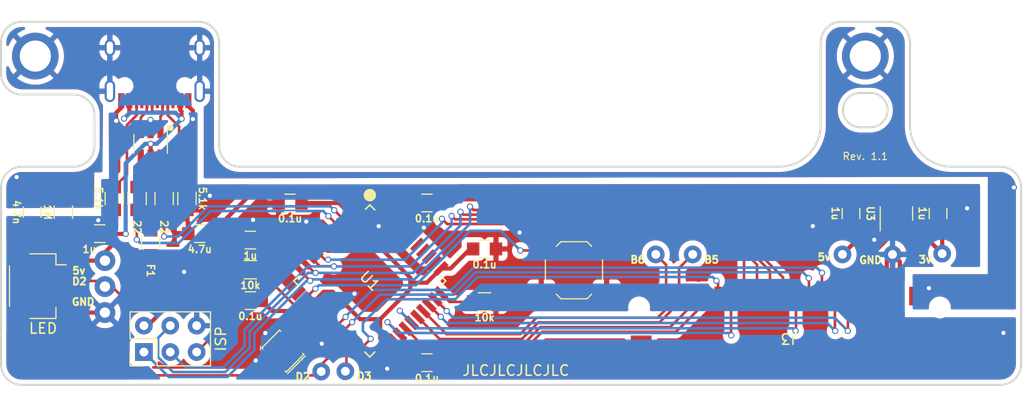
<source format=kicad_pcb>
(kicad_pcb (version 20211014) (generator pcbnew)
  (layers (0 "F.Cu" signal) (31 "B.Cu" signal) (34 "B.Paste" user) (35 "F.Paste" user) (36 "B.SilkS" user "B.Silkscreen") (37 "F.SilkS" user "F.Silkscreen") (38 "B.Mask" user) (39 "F.Mask" user) (44 "Edge.Cuts" user))
  (net 0 "")
  (net 1 "GND")
  (net 2 "VCC")
  (net 3 "RST")
  (net 4 "Earth")
  (net 5 "+3V3")
  (net 7 "Net-(C7-Pad1)")
  (net 8 "Net-(J1-Pad4)")
  (net 10 "P8")
  (net 11 "P1")
  (net 12 "P2")
  (net 13 "P3")
  (net 14 "P4")
  (net 15 "MOSI")
  (net 16 "MISO")
  (net 17 "P5")
  (net 18 "P6")
  (net 19 "P7")
  (net 20 "P11")
  (net 21 "P12")
  (net 22 "P13")
  (net 23 "P14")
  (net 24 "P15")
  (net 27 "unconnected-(U1-Pad20)")
  (net 28 "unconnected-(U1-Pad21)")
  (net 36 "D-")
  (net 37 "D+")
  (net 38 "VBUS")
  (net 39 "Net-(U1-Pad17)")
  (net 40 "Net-(U1-Pad16)")
  (net 41 "Net-(J1-Pad5)")
  (net 42 "Net-(R2-Pad2)")
  (net 43 "Net-(R4-Pad1)")
  (net 44 "Net-(R1-Pad2)")
  (net 45 "Net-(J1-Pad6)")
  (net 46 "Net-(J1-Pad10)")
  (footprint "Keeb_components:C_0805" (layer "F.Cu") (at 81.824 18.5 90)
    (fp_text reference "C9")
    (fp_text value "1u")
  )
  (footprint "Keeb_components:C_0805" (layer "F.Cu") (at 46.547 21.916)
    (fp_text reference "C2")
    (fp_text value "0.1u")
  )
  (footprint "Keeb_components:C_0805" (layer "F.Cu") (at 24 26.891 180)
    (fp_text reference "C5")
    (fp_text value "0.1u")
  )
  (footprint "Keeb_components:F_0805" (layer "F.Cu") (at 14.4 21.3264 90)
    (fp_text reference "F1")
    (fp_text value "Polyfuse_Small" hide)
  )
  (footprint "Keeb_components:R_0805" (layer "F.Cu") (at 17.9 17.0592 -90)
    (fp_text reference "R5" hide)
    (fp_text value "5.1k")
  )
  (footprint "" (layer "F.Cu") (at 66.584 22.444)
    (fp_text reference "")
    (fp_text value "")
  )
  (footprint "Keeb_components:JST_SH_SM04B-SRSS-TB_1x04-1MP_P1.00mm_Horizontal" (layer "F.Cu") (at 3.5 25.5 -90)
    (fp_text reference "J4" hide)
    (fp_text value "ai03_ud" hide)
  )
  (footprint "Keeb_components:HRO-TYPE-C-31-M-12" (layer "F.Cu") (at 14.8 -0.05)
    (fp_text reference "J1")
    (fp_text value "HRO-TYPE-C-31-M-12")
  )
  (footprint "Keeb_components:C_0805" (layer "F.Cu") (at 19.132 20.446 180)
    (fp_text reference "C6")
    (fp_text value "4.7u")
  )
  (footprint "" (layer "F.Cu") (at 81.57 21.428)
    (fp_text reference "")
    (fp_text value "")
  )
  (footprint "Keeb_components:C_0805" (layer "F.Cu") (at 24 21.066 180)
    (fp_text reference "C7")
    (fp_text value "1u")
  )
  (footprint "Keeb_components:C_0805" (layer "F.Cu") (at 27.822 17.491 180)
    (fp_text reference "C3")
    (fp_text value "0.1u")
  )
  (footprint "footprints:DF14-20P-1.25H" (layer "F.Cu") (at 75.9 27.55 180)
    (fp_text reference "J3")
    (fp_text value "DF14-20P-1.25H")
  )
  (footprint "Keeb_components:C_0805" (layer "F.Cu") (at 3 18.38 -90)
    (fp_text reference "C8")
    (fp_text value "4.7n")
  )
  (footprint "" (layer "F.Cu") (at 85.822 23.391)
    (fp_text reference "")
    (fp_text value "")
  )
  (footprint "Keeb_components:C_0805" (layer "F.Cu") (at 41 17.491)
    (fp_text reference "C1")
    (fp_text value "0.1u")
  )
  (footprint "footprints:screw" (layer "F.Cu") (at 3.3 3.35)
    (fp_text reference "S1" hide)
    (fp_text value "SCREW" hide)
  )
  (footprint "Keeb_components:C_0805" (layer "F.Cu") (at 90.206 18.5 90)
    (fp_text reference "C10")
    (fp_text value "1u")
  )
  (footprint "" (layer "F.Cu") (at 30.822 33.716)
    (fp_text reference "")
    (fp_text value "")
  )
  (footprint "Keeb_components:R_0805" (layer "F.Cu") (at 46.547 27.016)
    (fp_text reference "R4" hide)
    (fp_text value "10k")
  )
  (footprint "footprints:solder_header" (layer "F.Cu") (at 10 26.791 -90)
    (fp_text reference "J4" hide)
    (fp_text value "Solder header" hide)
  )
  (footprint "Keeb_components:Resonator_SMD_muRata_CSTNExxV-3Pin-p1.2" (layer "F.Cu") (at 27.127472 31.755472 135)
    (fp_text reference "X1" hide)
    (fp_text value "16mhz")
  )
  (footprint "Keeb_components:R_0805" (layer "F.Cu") (at 13.1 17.0592 -90)
    (fp_text reference "R1" hide)
    (fp_text value "22")
  )
  (footprint "Package_TO_SOT_SMD:SOT-23" (layer "F.Cu") (at 86.1928 18.5 90)
    (fp_text reference "U3")
    (fp_text value "XC6206P332MR")
  )
  (footprint "" (layer "F.Cu") (at 33.147 33.691)
    (fp_text reference "")
    (fp_text value "")
  )
  (footprint "footprints:screw" (layer "F.Cu") (at 83.2 3.35)
    (fp_text reference "S2" hide)
    (fp_text value "SCREW" hide)
  )
  (footprint "Keeb_components:R_0805" (layer "F.Cu") (at 10.9 17.0592 -90)
    (fp_text reference "R6" hide)
    (fp_text value "5.1k")
  )
  (footprint "Keeb_components:C_0805" (layer "F.Cu") (at 41 32.866)
    (fp_text reference "C4")
    (fp_text value "0.1u")
  )
  (footprint "Keeb_components:isp_standard" (layer "F.Cu") (at 16.292 30.572 90)
    (fp_text reference "J2" hide)
    (fp_text value "ISP")
  )
  (footprint "Keeb_components:ATMEGA32U4" (layer "F.Cu") (at 35.5 25 -135)
    (fp_text reference "U1")
    (fp_text value "ATmega32U4")
  )
  (footprint "" (layer "F.Cu") (at 63.028 22.444)
    (fp_text reference "")
    (fp_text value "")
  )
  (footprint "Button_Switch_SMD:SW_SPST_TL3342" (layer "F.Cu") (at 55.154 23.968 180)
    (fp_text reference "SW1" hide)
    (fp_text value "SW_PUSH")
  )
  (footprint "Keeb_components:R_0805" (layer "F.Cu") (at 6 18.38 90)
    (fp_text reference "R7" hide)
    (fp_text value "1M")
  )
  (footprint "" (layer "F.Cu") (at 89.997 21.358)
    (fp_text reference "")
    (fp_text value "")
  )
  (footprint "Keeb_components:C_0805" (layer "F.Cu") (at 9.5 20.446 180)
    (fp_text reference "C11")
    (fp_text value "1u")
  )
  (footprint "Keeb_components:USBLC6-2SC6" (layer "F.Cu") (at 14.4 11.8 90)
    (fp_text reference "U2" hide)
    (fp_text value "USBLC6-2SC6")
  )
  (footprint "Keeb_components:R_0805" (layer "F.Cu") (at 15.7 17.0592 -90)
    (fp_text reference "R2" hide)
    (fp_text value "22")
  )
  (footprint "Keeb_components:R_0805" (layer "F.Cu") (at 24 23.916)
    (fp_text reference "R3" hide)
    (fp_text value "10k")
  )
  (footprint "footprints:MegaMan7" (layer "B.Cu") (at 86.142 31.5 180)
    (fp_text reference "G***" hide)
    (fp_text value "LOGO" hide)
  )
  (gr_line (start 21 2.05) (end 21 12) (layer "Edge.Cuts") (width 0.2))
  (gr_arc (start 23 14) (mid 21.585786 13.414214) (end 21 12) (layer "Edge.Cuts") (width 0.2))
  (gr_line (start 78.9 2.05) (end 78.9 10) (layer "Edge.Cuts") (width 0.2))
  (gr_line (start 1.999999 0.05) (end 19 0.05) (layer "Edge.Cuts") (width 0.2))
  (gr_line (start 0 33) (end 0 16) (layer "Edge.Cuts") (width 0.2))
  (gr_arc (start 98.199999 33.000001) (mid 97.614213 34.414214) (end 96.2 35) (layer "Edge.Cuts") (width 0.2))
  (gr_line (start 96.2 14) (end 91.5 14) (layer "Edge.Cuts") (width 0.2))
  (gr_arc (start 2 7.05) (mid 0.585786 6.464213) (end -0.000001 5.05) (layer "Edge.Cuts") (width 0.2))
  (gr_arc (start 2 35) (mid 0.585786 34.414214) (end 0 33) (layer "Edge.Cuts") (width 0.2))
  (gr_arc (start 9 12) (mid 8.414214 13.414214) (end 7 14) (layer "Edge.Cuts") (width 0.2))
  (gr_line (start -0.000001 5.05) (end -0.000001 2.05) (layer "Edge.Cuts") (width 0.2))
  (gr_line (start 74.9 14) (end 23 14) (layer "Edge.Cuts") (width 0.2))
  (gr_arc (start 0 16) (mid 0.585786 14.585786) (end 2 14) (layer "Edge.Cuts") (width 0.2))
  (gr_line (start 9 12) (end 9 9.05) (layer "Edge.Cuts") (width 0.2))
  (gr_line (start 98.2 16) (end 98.2 33) (layer "Edge.Cuts") (width 0.2))
  (gr_arc (start 78.9 10) (mid 77.728427 12.828427) (end 74.9 14) (layer "Edge.Cuts") (width 0.2))
  (gr_line (start 83.7 10.2) (end 82.699999 10.2) (layer "Edge.Cuts") (width 0.2))
  (gr_arc (start 85.5 0.05) (mid 86.914214 0.635786) (end 87.5 2.05) (layer "Edge.Cuts") (width 0.2))
  (gr_arc (start 83.7 6.9) (mid 85.35 8.55) (end 83.7 10.2) (layer "Edge.Cuts") (width 0.2))
  (gr_arc (start 78.9 2.05) (mid 79.485786 0.635786) (end 80.9 0.05) (layer "Edge.Cuts") (width 0.2))
  (gr_line (start 80.9 0.05) (end 85.5 0.050001) (layer "Edge.Cuts") (width 0.2))
  (gr_arc (start 19 0.05) (mid 20.414214 0.635786) (end 21 2.05) (layer "Edge.Cuts") (width 0.2))
  (gr_arc (start 7 7.05) (mid 8.414214 7.635786) (end 9 9.05) (layer "Edge.Cuts") (width 0.2))
  (gr_line (start 82.699999 6.9) (end 83.7 6.9) (layer "Edge.Cuts") (width 0.2))
  (gr_arc (start 82.699999 10.2) (mid 81.049999 8.55) (end 82.699999 6.9) (layer "Edge.Cuts") (width 0.2))
  (gr_line (start 7 14) (end 2 14) (layer "Edge.Cuts") (width 0.2))
  (gr_arc (start 96.2 14) (mid 97.614214 14.585786) (end 98.2 16) (layer "Edge.Cuts") (width 0.2))
  (gr_line (start 96.2 35) (end 1.999999 35) (layer "Edge.Cuts") (width 0.2))
  (gr_line (start 87.5 2.05) (end 87.5 10) (layer "Edge.Cuts") (width 0.2))
  (gr_line (start 7 7.05) (end 2 7.05) (layer "Edge.Cuts") (width 0.2))
  (gr_arc (start -0.000001 2.05) (mid 0.585785 0.635786) (end 1.999999 0.05) (layer "Edge.Cuts") (width 0.2))
  (gr_arc (start 91.5 14) (mid 88.671573 12.828427) (end 87.5 10) (layer "Edge.Cuts") (width 0.2))
  (gr_text "B5" (at 67.6 22.952) (layer "F.SilkS") (effects (font (size 0.7 0.7) (thickness 0.175)) (justify left)))
  (gr_text "B6" (at 60.488 22.952) (layer "F.SilkS") (effects (font (size 0.7 0.7) (thickness 0.175)) (justify left)))
  (gr_text "D2" (at 6.747 25.041) (layer "F.SilkS") (effects (font (size 0.7 0.7) (thickness 0.175)) (justify left)))
  (gr_text "3v\n" (at 88.247 22.941) (layer "F.SilkS") (effects (font (size 0.7 0.7) (thickness 0.175)) (justify left)))
  (gr_text "5v" (at 6.772 24.016) (layer "F.SilkS") (effects (font (size 0.7 0.7) (thickness 0.175)) (justify left)))
  (gr_text "Rev. 1.1" (at 83.2 13) (layer "F.SilkS") (effects (font (size 0.7 0.7) (thickness 0.1))))
  (gr_text "GND" (at 82.522 22.991) (layer "F.SilkS") (effects (font (size 0.7 0.7) (thickness 0.175)) (justify left)))
  (gr_text "D3" (at 34.172 34.166) (layer "F.SilkS") (effects (font (size 0.7 0.7) (thickness 0.175)) (justify left)))
  (gr_text "LED" (at 4.047 29.566) (layer "F.SilkS") (effects (font (size 1 1))))
  (gr_text "5v" (at 78.522 22.698) (layer "F.SilkS") (effects (font (size 0.7 0.7) (thickness 0.175)) (justify left)))
  (gr_text "D2" (at 28.247 34.216) (layer "F.SilkS") (effects (font (size 0.7 0.7) (thickness 0.175)) (justify left)))
  (gr_text "GND" (at 6.722 27.016) (layer "F.SilkS") (effects (font (size 0.7 0.7) (thickness 0.175)) (justify left)))
  (gr_text "JLCJLCJLCJLC" (at 49.566 33.62) (layer "F.SilkS") (effects (font (size 1 1))))
  (segment (start 9.952 19.156) (end 10.9 18.208) (width 0.4) (layer "F.Cu") (net 1))
  (segment (start 26.669 28.794) (end 29.443258 28.794) (width 0.4) (layer "F.Cu") (net 1))
  (segment (start 20.102 16.796) (end 18.7388 18.1592) (width 0.4) (layer "F.Cu") (net 1))
  (segment (start 25.447 30.016) (end 26.669 28.794) (width 0.4) (layer "F.Cu") (net 1))
  (segment (start 11.079429 8.808571) (end 11.575 8.313) (width 0.4) (layer "F.Cu") (net 1))
  (segment (start 84.062 21.036) (end 84.062 20.6183) (width 0.4) (layer "F.Cu") (net 1))
  (segment (start 18.025 8.169) (end 18.025 7.645) (width 0.4) (layer "F.Cu") (net 1))
  (segment (start 11.079429 9.586693) (end 11.079429 8.808571) (width 0.4) (layer "F.Cu") (net 1))
  (segment (start 40.702 19.866) (end 40.702 18.889) (width 0.4) (layer "F.Cu") (net 1))
  (segment (start 36.358 19.616517) (end 36.358 19.727) (width 0.4) (layer "F.Cu") (net 1))
  (segment (start 6.691 28.041) (end 5.65 27) (width 0.4) (layer "F.Cu") (net 1))
  (segment (start 37.172 33.441) (end 37.172 32.328854) (width 0.4) (layer "F.Cu") (net 1))
  (segment (start 24.262 19.116) (end 25.887 17.491) (width 0.4) (layer "F.Cu") (net 1))
  (segment (start 14.387 9.499989) (end 14.4 9.512989) (width 0.4) (layer "F.Cu") (net 1))
  (segment (start 86.525 23.147) (end 86.525 26.45) (width 0.4) (layer "F.Cu") (net 1))
  (segment (start 41.234631 23.790852) (end 41.79325 23.232233) (width 0.4) (layer "F.Cu") (net 1))
  (segment (start 11.575 8.313) (end 11.575 7.645) (width 0.4) (layer "F.Cu") (net 1))
  (segment (start 22.9 20.478) (end 22.9 21.066) (width 0.4) (layer "F.Cu") (net 1))
  (segment (start 24.262 19.116) (end 22.9 20.478) (width 0.4) (layer "F.Cu") (net 1))
  (segment (start 18.472 8.616) (end 18.025 8.169) (width 0.4) (layer "F.Cu") (net 1))
  (segment (start 29.382 19.286) (end 30.917371 19.286) (width 0.4) (layer "F.Cu") (net 1))
  (segment (start 10 28.041) (end 6.691 28.041) (width 0.4) (layer "F.Cu") (net 1))
  (segment (start 9.362 19.156) (end 9.952 19.156) (width 0.4) (layer "F.Cu") (net 1))
  (segment (start 85.822 22.444) (end 86.525 23.147) (width 0.4) (layer "F.Cu") (net 1))
  (segment (start 29.443258 28.794) (end 30.33812 27.899138) (width 0.4) (layer "F.Cu") (net 1))
  (segment (start 40.421852 23.790852) (end 41.234631 23.790852) (width 0.4) (layer "F.Cu") (net 1))
  (segment (start 36.358 19.727) (end 40.421852 23.790852) (width 0.4) (layer "F.Cu") (net 1))
  (segment (start 37.267767 18.70675) (end 36.358 19.616517) (width 0.4) (layer "F.Cu") (net 1))
  (segment (start 85.275 26.45) (end 85.275 22.991) (width 0.4) (layer "F.Cu") (net 1))
  (segment (start 25.887 17.491) (end 26.722 17.491) (width 0.4) (layer "F.Cu") (net 1))
  (segment (start 40.702 18.889) (end 42.1 17.491) (width 0.4) (layer "F.Cu") (net 1))
  (segment (start 84.062 20.6183) (end 85.2428 19.4375) (width 0.4) (layer "F.Cu") (net 1))
  (segment (start 18.7388 18.1592) (end 17.9 18.1592) (width 0.4) (layer "F.Cu") (net 1))
  (segment (start 37.172 32.328854) (end 36.702082 31.858936) (width 0.4) (layer "F.Cu") (net 1))
  (segment (start 30.917371 19.286) (end 32.035177 20.403806) (width 0.4) (layer "F.Cu") (net 1))
  (segment (start 8.4 20.118) (end 8.4 20.446) (width 0.4) (layer "F.Cu") (net 1))
  (segment (start 18.472 9.416) (end 18.472 8.616) (width 0.4) (layer "F.Cu") (net 1))
  (segment (start 85.275 22.991) (end 85.822 22.444) (width 0.4) (layer "F.Cu") (net 1))
  (segment (start 9.362 19.156) (end 8.4 20.118) (width 0.4) (layer "F.Cu") (net 1))
  (segment (start 14.4 9.512989) (end 14.4 10.65) (width 0.4) (layer "F.Cu") (net 1))
  (segment (start 10.9 18.208) (end 10.9 18.1592) (width 0.4) (layer "F.Cu") (net 1))
  (via (at 24.522 32.666) (size 0.6) (drill 0.4) (layers "F.Cu" "B.Cu") (net 1))
  (via (at 30.872 31.041) (size 0.6) (drill 0.4) (layers "F.Cu" "B.Cu") (net 1))
  (via (at 29.382 19.286) (size 0.6) (drill 0.4) (layers "F.Cu" "B.Cu") (net 1))
  (via (at 34.022 26.226) (size 0.6) (drill 0.4) (layers "F.Cu" "B.Cu") (net 1))
  (via (at 18.472 9.416) (size 0.6) (drill 0.4) (layers "F.Cu" "B.Cu") (net 1))
  (via (at 17.622 24.126) (size 0.6) (drill 0.4) (layers "F.Cu" "B.Cu") (net 1))
  (via (at 9.362 19.156) (size 0.6) (drill 0.4) (layers "F.Cu" "B.Cu") (net 1))
  (via (at 25.447 30.016) (size 0.6) (drill 0.4) (layers "F.Cu" "B.Cu") (net 1))
  (via (at 36.358 19.727) (size 0.6) (drill 0.4) (layers "F.Cu" "B.Cu") (net 1))
  (via (at 11.079429 9.586693) (size 0.6) (drill 0.4) (layers "F.Cu" "B.Cu") (net 1))
  (via (at 37.172 33.441) (size 0.6) (drill 0.4) (layers "F.Cu" "B.Cu") (net 1))
  (via (at 93 18) (size 0.6) (drill 0.4) (layers "F.Cu" "B.Cu") (net 1))
  (via (at 14.387 9.499989) (size 0.6) (drill 0.4) (layers "F.Cu" "B.Cu") (net 1))
  (via (at 96.5 30) (size 0.6) (drill 0.4) (layers "F.Cu" "B.Cu") (net 1))
  (via (at 24.262 19.116) (size 0.6) (drill 0.4) (layers "F.Cu" "B.Cu") (net 1))
  (via (at 20.102 16.796) (size 0.6) (drill 0.4) (layers "F.Cu" "B.Cu") (net 1))
  (via (at 49.922 20.341) (size 0.6) (drill 0.4) (layers "F.Cu" "B.Cu") (net 1))
  (via (at 78.147 19.716) (size 0.6) (drill 0.4) (layers "F.Cu" "B.Cu") (net 1))
  (via (at 84.062 21.036) (size 0.6) (drill 0.4) (layers "F.Cu" "B.Cu") (net 1))
  (via (at 40.702 19.866) (size 0.6) (drill 0.4) (layers "F.Cu" "B.Cu") (net 1))
  (segment (start 13.595989 10.291) (end 14.387 9.499989) (width 0.4) (layer "B.Cu") (net 1))
  (segment (start 11.079429 9.586693) (end 11.783736 10.291) (width 0.4) (layer "B.Cu") (net 1))
  (segment (start 11.783736 10.291) (end 13.595989 10.291) (width 0.4) (layer "B.Cu") (net 1))
  (segment (start 35.422 19.421146) (end 36.702082 18.141064) (width 0.4) (layer "F.Cu") (net 2))
  (segment (start 35.422 21.266) (end 33.647 21.266) (width 0.4) (layer "F.Cu") (net 2))
  (segment (start 42.358936 23.797918) (end 40.990854 25.166) (width 0.4) (layer "F.Cu") (net 2))
  (segment (start 24.437 16.241) (end 33.672 16.241) (width 0.4) (layer "F.Cu") (net 2))
  (segment (start 39.397 24.691) (end 39.397 25.781725) (width 0.4) (layer "F.Cu") (net 2))
  (segment (start 13.752 29.302) (end 14.126 29.302) (width 0.4) (layer "F.Cu") (net 2))
  (segment (start 35.422 21.266) (end 35.422222 21.265778) (width 0.4) (layer "F.Cu") (net 2))
  (segment (start 32.516972 17.491489) (end 28.922489 17.491489) (width 0.4) (layer "F.Cu") (net 2))
  (segment (start 40.990854 25.166) (end 39.397 25.166) (width 0.4) (layer "F.Cu") (net 2))
  (segment (start 20.232 20.446) (end 18.2516 22.4264) (width 0.4) (layer "F.Cu") (net 2))
  (segment (start 19.512 23.916) (end 22.9 23.916) (width 0.4) (layer "F.Cu") (net 2))
  (segment (start 84.282 19.162) (end 84.282 18.616) (width 0.4) (layer "F.Cu") (net 2))
  (segment (start 35.497 18.066) (end 37.322 16.241) (width 0.4) (layer "F.Cu") (net 2))
  (segment (start 36.499981 28.678744) (end 34.559744 28.678744) (width 0.4) (layer "F.Cu") (net 2))
  (segment (start 81 22.444) (end 84.282 19.162) (width 0.4) (layer "F.Cu") (net 2))
  (segment (start 28.922489 17.491489) (end 28.922 17.491) (width 0.4) (layer "F.Cu") (net 2))
  (segment (start 34.559744 28.678744) (end 31.922 26.041) (width 0.4) (layer "F.Cu") (net 2))
  (segment (start 21.562 22.578) (end 21.562 19.286) (width 0.4) (layer "F.Cu") (net 2))
  (segment (start 39.397 25.781725) (end 36.499981 28.678744) (width 0.4) (layer "F.Cu") (net 2))
  (segment (start 35.422 21.266) (end 35.422 20.391) (width 0.4) (layer "F.Cu") (net 2))
  (segment (start 84.282 18.616) (end 85.3355 17.5625) (width 0.4) (layer "F.Cu") (net 2))
  (segment (start 21.477 19.201) (end 24.437 16.241) (width 0.4) (layer "F.Cu") (net 2))
  (segment (start 33.732233 18.70675) (end 32.516972 17.491489) (width 0.4) (layer "F.Cu") (net 2))
  (segment (start 43.322 16.241) (end 44.222489 17.141489) (width 0.4) (layer "F.Cu") (net 2))
  (segment (start 37.352146 17.491) (end 36.702082 18.141064) (width 0.4) (layer "F.Cu") (net 2))
  (segment (start 86.1928 17.5625) (end 86.0303 17.4) (width 0.4) (layer "F.Cu") (net 2))
  (segment (start 35.422222 18.140778) (end 35.497 18.066) (width 0.4) (layer "F.Cu") (net 2))
  (segment (start 39.9 32.866) (end 38.840517 32.866) (width 0.4) (layer "F.Cu") (net 2))
  (segment (start 35.422222 21.265778) (end 35.422222 18.140778) (width 0.4) (layer "F.Cu") (net 2))
  (segment (start 33.73775 18.70675) (end 33.732233 18.70675) (width 0.4) (layer "F.Cu") (net 2))
  (segment (start 86.0303 17.4) (end 81.824 17.4) (width 0.4) (layer "F.Cu") (net 2))
  (segment (start 21.562 19.286) (end 21.477 19.201) (width 0.4) (layer "F.Cu") (net 2))
  (segment (start 35.422 20.391) (end 33.73775 18.70675) (width 0.4) (layer "F.Cu") (net 2))
  (segment (start 33.647 21.266) (end 32.819205 22.093795) (width 0.4) (layer "F.Cu") (net 2))
  (segment (start 42.358936 23.797918) (end 43.280082 23.797918) (width 0.4) (layer "F.Cu") (net 2))
  (segment (start 26.101071 27.892071) (end 25.1 26.891) (width 0.4) (layer "F.Cu") (net 2))
  (segment (start 82.848511 26.376489) (end 82.775 26.45) (width 0.4) (layer "F.Cu") (net 2))
  (segment (start 36.499981 30.525464) (end 37.267767 31.29325) (width 0.4) (layer "F.Cu") (net 2))
  (segment (start 29.213816 27.892071) (end 26.101071 27.892071) (width 0.4) (layer "F.Cu") (net 2))
  (segment (start 18.2516 22.4264) (end 14.4 22.4264) (width 0.4) (layer "F.Cu") (net 2))
  (segment (start 39.9 17.491) (end 37.352146 17.491) (width 0.4) (layer "F.Cu") (net 2))
  (segment (start 33.672 16.241) (end 35.497 18.066) (width 0.4) (layer "F.Cu") (net 2))
  (segment (start 85.3355 17.5625) (end 86.1928 17.5625) (width 0.4) (layer "F.Cu") (net 2))
  (segment (start 22.9 23.916) (end 21.562 22.578) (width 0.4) (layer "F.Cu") (net 2))
  (segment (start 35.972 21.266) (end 39.397 24.691) (width 0.4) (layer "F.Cu") (net 2))
  (segment (start 20.182 20.496) (end 21.477 19.201) (width 0.4) (layer "F.Cu") (net 2))
  (segment (start 32.819205 22.093795) (end 31.462424 22.093795) (width 0.4) (layer "F.Cu") (net 2))
  (segment (start 14.126 29.302) (end 19.512 23.916) (width 0.4) (layer "F.Cu") (net 2))
  (segment (start 31.064887 26.041) (end 29.772435 27.333452) (width 0.4) (layer "F.Cu") (net 2))
  (segment (start 45.162 21.916) (end 45.447 21.916) (width 0.4) (layer "F.Cu") (net 2))
  (segment (start 35.422 21.266) (end 35.972 21.266) (width 0.4) (layer "F.Cu") (net 2))
  (segment (start 31.922 26.041) (end 31.064887 26.041) (width 0.4) (layer "F.Cu") (net 2))
  (segment (start 37.322 16.241) (end 43.322 16.241) (width 0.4) (layer "F.Cu") (net 2))
  (segment (start 81.565489 17.141489) (end 81.824 17.4) (width 0.4) (layer "F.Cu") (net 2))
  (segment (start 82.848511 20.624511) (end 82.848511 26.376489) (width 0.4) (layer "F.Cu") (net 2))
  (segment (start 35.422 21.266) (end 35.422 19.421146) (width 0.4) (layer "F.Cu") (net 2))
  (segment (start 38.840517 32.866) (end 37.267767 31.29325) (width 0.4) (layer "F.Cu") (net 2))
  (segment (start 43.280082 23.797918) (end 45.162 21.916) (width 0.4) (layer "F.Cu") (net 2))
  (segment (start 44.222489 17.141489) (end 81.565489 17.141489) (width 0.4) (layer "F.Cu") (net 2))
  (segment (start 31.462424 22.093795) (end 30.903806 21.535177) (width 0.4) (layer "F.Cu") (net 2))
  (segment (start 36.499981 28.678744) (end 36.499981 30.525464) (width 0.4) (layer "F.Cu") (net 2))
  (segment (start 29.772435 27.333452) (end 29.213816 27.892071) (width 0.4) (layer "F.Cu") (net 2))
  (segment (start 49.997 22.066) (end 49.999 22.068) (width 0.25) (layer "F.Cu") (net 3))
  (segment (start 30.228517 25.746) (end 29.20675 26.767767) (width 0.25) (layer "F.Cu") (net 3))
  (segment (start 23.73 25.286) (end 22.482 25.286) (width 0.25) (layer "F.Cu") (net 3))
  (segment (start 28.157386 27.251386) (end 25.1 24.194) (width 0.25) (layer "F.Cu") (net 3))
  (segment (start 22.482 25.286) (end 20.997 26.771) (width 0.25) (layer "F.Cu") (net 3))
  (segment (start 25.1 24.194) (end 25.1 23.916) (width 0.25) (layer "F.Cu") (net 3))
  (segment (start 28.723131 27.251386) (end 28.157386 27.251386) (width 0.25) (layer "F.Cu") (net 3))
  (segment (start 49.999 22.068) (end 52.004 22.068) (width 0.25) (layer "F.Cu") (net 3))
  (segment (start 25.1 23.916) (end 23.73 25.286) (width 0.25) (layer "F.Cu") (net 3))
  (segment (start 20.997 29.677) (end 18.832 31.842) (width 0.25) (layer "F.Cu") (net 3))
  (segment (start 30.262 25.746) (end 30.228517 25.746) (width 0.25) (layer "F.Cu") (net 3))
  (segment (start 20.997 26.771) (end 20.997 29.677) (width 0.25) (layer "F.Cu") (net 3))
  (segment (start 52.004 22.068) (end 58.304 22.068) (width 0.25) (layer "F.Cu") (net 3))
  (segment (start 29.20675 26.767767) (end 28.723131 27.251386) (width 0.25) (layer "F.Cu") (net 3))
  (via (at 30.262 25.746) (size 0.6) (drill 0.4) (layers "F.Cu" "B.Cu") (net 3))
  (via (at 49.997 22.066) (size 0.6) (drill 0.4) (layers "F.Cu" "B.Cu") (net 3))
  (segment (start 39.92456 25.41344) (end 30.59456 25.41344) (width 0.25) (layer "B.Cu") (net 3))
  (segment (start 49.997 22.066) (end 48.097 20.166) (width 0.25) (layer "B.Cu") (net 3))
  (segment (start 45.172 20.166) (end 39.92456 25.41344) (width 0.25) (layer "B.Cu") (net 3))
  (segment (start 48.097 20.166) (end 45.172 20.166) (width 0.25) (layer "B.Cu") (net 3))
  (segment (start 30.59456 25.41344) (end 30.262 25.746) (width 0.25) (layer "B.Cu") (net 3))
  (via (at 89.322 25.691) (size 0.6) (drill 0.4) (layers "F.Cu" "B.Cu") (net 4))
  (via (at 1.5 15) (size 0.6) (drill 0.4) (layers "F.Cu" "B.Cu") (net 4))
  (via (at 97.5 16) (size 0.6) (drill 0.4) (layers "F.Cu" "B.Cu") (net 4))
  (segment (start 87.3053 19.6) (end 90.206 19.6) (width 0.4) (layer "F.Cu") (net 5))
  (segment (start 85.472 20.816) (end 89.042 20.816) (width 0.4) (layer "F.Cu") (net 5))
  (segment (start 90.206 19.6) (end 90.602 19.996) (width 0.4) (layer "F.Cu") (net 5))
  (segment (start 84.025 26.45) (end 84.047 26.428) (width 0.4) (layer "F.Cu") (net 5))
  (segment (start 84.047 22.241) (end 85.472 20.816) (width 0.4) (layer "F.Cu") (net 5))
  (segment (start 89.042 20.816) (end 90.6 22.374) (width 0.4) (layer "F.Cu") (net 5))
  (segment (start 84.047 26.428) (end 84.047 22.241) (width 0.4) (layer "F.Cu") (net 5))
  (segment (start 90.602 22.372) (end 90.6 22.374) (width 0.4) (layer "F.Cu") (net 5))
  (segment (start 87.1428 19.4375) (end 87.3053 19.6) (width 0.4) (layer "F.Cu") (net 5))
  (segment (start 90.602 19.996) (end 90.602 22.372) (width 0.4) (layer "F.Cu") (net 5))
  (segment (start 30.985873 20.485873) (end 25.680127 20.485873) (width 0.25) (layer "F.Cu") (net 7))
  (segment (start 25.680127 20.485873) (end 25.1 21.066) (width 0.25) (layer "F.Cu") (net 7))
  (segment (start 31.469491 20.969491) (end 30.985873 20.485873) (width 0.25) (layer "F.Cu") (net 7))
  (segment (start 16.05 7.645) (end 16.05 9.05) (width 0.25) (layer "F.Cu") (net 8))
  (segment (start 17.147 15.2062) (end 17.9 15.9592) (width 0.25) (layer "F.Cu") (net 8))
  (segment (start 17.147 10.147) (end 17.147 15.2062) (width 0.25) (layer "F.Cu") (net 8))
  (segment (start 16.05 9.05) (end 17.147 10.147) (width 0.25) (layer "F.Cu") (net 8))
  (segment (start 30.682398 23.576511) (end 29.772435 22.666548) (width 0.25) (layer "F.Cu") (net 10))
  (segment (start 32.019011 23.576511) (end 30.682398 23.576511) (width 0.25) (layer "F.Cu") (net 10))
  (segment (start 32.04 23.5975) (end 32.019011 23.576511) (width 0.25) (layer "F.Cu") (net 10))
  (segment (start 43.69652 19.06552) (end 68.413238 19.06552) (width 0.25) (layer "F.Cu") (net 10))
  (segment (start 43.372 18.741) (end 43.69652 19.06552) (width 0.25) (layer "F.Cu") (net 10))
  (segment (start 72.775 23.427282) (end 72.775 26.45) (width 0.25) (layer "F.Cu") (net 10))
  (segment (start 68.413238 19.06552) (end 72.775 23.427282) (width 0.25) (layer "F.Cu") (net 10))
  (via (at 32.04 23.5975) (size 0.6) (drill 0.4) (layers "F.Cu" "B.Cu") (net 10))
  (via (at 43.372 18.741) (size 0.6) (drill 0.4) (layers "F.Cu" "B.Cu") (net 10))
  (segment (start 16.292 31.842) (end 17.766 33.316) (width 0.25) (layer "B.Cu") (net 10))
  (segment (start 23.447 31.280282) (end 23.447 29.685124) (width 0.25) (layer "B.Cu") (net 10))
  (segment (start 23.447 29.685124) (end 29.534624 23.5975) (width 0.25) (layer "B.Cu") (net 10))
  (segment (start 21.411282 33.316) (end 23.447 31.280282) (width 0.25) (layer "B.Cu") (net 10))
  (segment (start 43.372 18.741) (end 43.372 19.620282) (width 0.25) (layer "B.Cu") (net 10))
  (segment (start 29.534624 23.5975) (end 32.04 23.5975) (width 0.25) (layer "B.Cu") (net 10))
  (segment (start 43.372 19.620282) (end 39.394793 23.597489) (width 0.25) (layer "B.Cu") (net 10))
  (segment (start 39.394793 23.597489) (end 32.040011 23.597489) (width 0.25) (layer "B.Cu") (net 10))
  (segment (start 17.766 33.316) (end 21.411282 33.316) (width 0.25) (layer "B.Cu") (net 10))
  (segment (start 32.040011 23.597489) (end 32.04 23.5975) (width 0.25) (layer "B.Cu") (net 10))
  (segment (start 42.878742 30.116) (end 40.66188 27.899138) (width 0.25) (layer "F.Cu") (net 11))
  (segment (start 64.025 26.45) (end 64.025 27.713304) (width 0.25) (layer "F.Cu") (net 11))
  (segment (start 51.549022 28.54) (end 49.973022 30.116) (width 0.25) (layer "F.Cu") (net 11))
  (segment (start 63.028 22.444) (end 64.025 23.441) (width 0.25) (layer "F.Cu") (net 11))
  (segment (start 63.198304 28.54) (end 51.549022 28.54) (width 0.25) (layer "F.Cu") (net 11))
  (segment (start 64.025 23.441) (end 64.025 26.45) (width 0.25) (layer "F.Cu") (net 11))
  (segment (start 49.973022 30.116) (end 42.878742 30.116) (width 0.25) (layer "F.Cu") (net 11))
  (segment (start 64.025 27.713304) (end 63.198304 28.54) (width 0.25) (layer "F.Cu") (net 11))
  (segment (start 50.13374 30.591) (end 42.222371 30.591) (width 0.25) (layer "F.Cu") (net 12))
  (segment (start 65.275 27.099022) (end 63.384502 28.98952) (width 0.25) (layer "F.Cu") (net 12))
  (segment (start 51.73522 28.98952) (end 50.13374 30.591) (width 0.25) (layer "F.Cu") (net 12))
  (segment (start 42.222371 30.591) (end 40.096194 28.464823) (width 0.25) (layer "F.Cu") (net 12))
  (segment (start 63.384502 28.98952) (end 51.73522 28.98952) (width 0.25) (layer "F.Cu") (net 12))
  (segment (start 66.584 22.444) (end 65.275 23.753) (width 0.25) (layer "F.Cu") (net 12))
  (segment (start 65.275 26.45) (end 65.275 27.099022) (width 0.25) (layer "F.Cu") (net 12))
  (segment (start 65.275 23.753) (end 65.275 26.45) (width 0.25) (layer "F.Cu") (net 12))
  (segment (start 64.41496 29.43904) (end 51.921417 29.43904) (width 0.25) (layer "F.Cu") (net 13))
  (segment (start 50.243977 31.11648) (end 40.485109 31.11648) (width 0.25) (layer "F.Cu") (net 13))
  (segment (start 51.921417 29.43904) (end 50.243977 31.11648) (width 0.25) (layer "F.Cu") (net 13))
  (segment (start 66.525 26.45) (end 66.525 27.329) (width 0.25) (layer "F.Cu") (net 13))
  (segment (start 40.485109 31.11648) (end 38.964823 29.596194) (width 0.25) (layer "F.Cu") (net 13))
  (segment (start 66.525 27.329) (end 64.41496 29.43904) (width 0.25) (layer "F.Cu") (net 13))
  (segment (start 64.985462 29.88856) (end 52.107615 29.88856) (width 0.25) (layer "F.Cu") (net 14))
  (segment (start 50.430175 31.566) (end 38.671887 31.566) (width 0.25) (layer "F.Cu") (net 14))
  (segment (start 52.107615 29.88856) (end 50.430175 31.566) (width 0.25) (layer "F.Cu") (net 14))
  (segment (start 38.671887 31.566) (end 37.833452 30.727565) (width 0.25) (layer "F.Cu") (net 14))
  (segment (start 67.775 26.45) (end 67.775 27.099022) (width 0.25) (layer "F.Cu") (net 14))
  (segment (start 67.775 27.099022) (end 64.985462 29.88856) (width 0.25) (layer "F.Cu") (net 14))
  (segment (start 74.025 24.041564) (end 74.025 26.45) (width 0.25) (layer "F.Cu") (net 15))
  (segment (start 44.222 18.341) (end 44.497 18.616) (width 0.25) (layer "F.Cu") (net 15))
  (segment (start 44.497 18.616) (end 68.599436 18.616) (width 0.25) (layer "F.Cu") (net 15))
  (segment (start 30.274745 24.222011) (end 30.196528 24.222011) (width 0.25) (layer "F.Cu") (net 15))
  (segment (start 30.196528 24.222011) (end 29.20675 23.232233) (width 0.25) (layer "F.Cu") (net 15))
  (segment (start 68.599436 18.616) (end 74.025 24.041564) (width 0.25) (layer "F.Cu") (net 15))
  (via (at 30.274745 24.222011) (size 0.6) (drill 0.4) (layers "F.Cu" "B.Cu") (net 15))
  (via (at 44.222 18.341) (size 0.6) (drill 0.4) (layers "F.Cu" "B.Cu") (net 15))
  (segment (start 23.933743 31.429257) (end 21.597 33.766) (width 0.25) (layer "B.Cu") (net 15))
  (segment (start 16.55499 33.766) (end 15.117489 32.328499) (width 0.25) (layer "B.Cu") (net 15))
  (segment (start 30.274756 24.222) (end 39.66 24.222) (width 0.25) (layer "B.Cu") (net 15))
  (segment (start 30.274745 24.222011) (end 29.54583 24.222011) (width 0.25) (layer "B.Cu") (net 15))
  (segment (start 15.117489 32.328499) (end 15.117489 30.476511) (width 0.25) (layer "B.Cu") (net 15))
  (segment (start 29.54583 24.222011) (end 23.933743 29.834098) (width 0.25) (layer "B.Cu") (net 15))
  (segment (start 30.274745 24.222011) (end 30.274756 24.222) (width 0.25) (layer "B.Cu") (net 15))
  (segment (start 15.117489 30.476511) (end 16.292 29.302) (width 0.25) (layer "B.Cu") (net 15))
  (segment (start 23.933743 29.834098) (end 23.933743 31.429257) (width 0.25) (layer "B.Cu") (net 15))
  (segment (start 44.222 19.66) (end 44.222 18.341) (width 0.25) (layer "B.Cu") (net 15))
  (segment (start 21.597 33.766) (end 16.55499 33.766) (width 0.25) (layer "B.Cu") (net 15))
  (segment (start 39.66 24.222) (end 44.222 19.66) (width 0.25) (layer "B.Cu") (net 15))
  (segment (start 28.641064 23.871064) (end 29.754 24.984) (width 0.25) (layer "F.Cu") (net 16))
  (segment (start 45.472 18.166) (end 68.785154 18.166) (width 0.25) (layer "F.Cu") (net 16))
  (segment (start 75.275 24.655846) (end 75.275 26.45) (width 0.25) (layer "F.Cu") (net 16))
  (segment (start 68.785154 18.166) (end 75.275 24.655846) (width 0.25) (layer "F.Cu") (net 16))
  (segment (start 45.147 17.841) (end 45.472 18.166) (width 0.25) (layer "F.Cu") (net 16))
  (segment (start 28.641064 23.797918) (end 28.641064 23.871064) (width 0.25) (layer "F.Cu") (net 16))
  (via (at 29.754 24.984) (size 0.6) (drill 0.4) (layers "F.Cu" "B.Cu") (net 16))
  (via (at 45.147 17.841) (size 0.6) (drill 0.4) (layers "F.Cu" "B.Cu") (net 16))
  (segment (start 16.151 34.241) (end 13.752 31.842) (width 0.25) (layer "B.Cu") (net 16))
  (segment (start 29.891489 24.846511) (end 29.754 24.984) (width 0.25) (layer "B.Cu") (net 16))
  (segment (start 39.797489 24.846511) (end 29.891489 24.846511) (width 0.25) (layer "B.Cu") (net 16))
  (segment (start 29.419559 24.984) (end 24.383263 30.020296) (width 0.25) (layer "B.Cu") (net 16))
  (segment (start 24.383263 31.654737) (end 21.797 34.241) (width 0.25) (layer "B.Cu") (net 16))
  (segment (start 24.383263 30.020296) (end 24.383263 31.654737) (width 0.25) (layer "B.Cu") (net 16))
  (segment (start 45.147 17.841) (end 45.147 19.497) (width 0.25) (layer "B.Cu") (net 16))
  (segment (start 21.797 34.241) (end 16.151 34.241) (width 0.25) (layer "B.Cu") (net 16))
  (segment (start 29.754 24.984) (end 29.419559 24.984) (width 0.25) (layer "B.Cu") (net 16))
  (segment (start 45.147 19.497) (end 39.797489 24.846511) (width 0.25) (layer "B.Cu") (net 16))
  (segment (start 34.297918 31.858936) (end 35.584854 30.572) (width 0.25) (layer "F.Cu") (net 17))
  (segment (start 69.025 25.139) (end 68.87 24.984) (width 0.25) (layer "F.Cu") (net 17))
  (segment (start 69.025 26.45) (end 69.025 25.139) (width 0.25) (layer "F.Cu") (net 17))
  (via (at 35.584854 30.572) (size 0.6) (drill 0.4) (layers "F.Cu" "B.Cu") (net 17))
  (via (at 68.87 24.984) (size 0.6) (drill 0.4) (layers "F.Cu" "B.Cu") (net 17))
  (segment (start 34.834 29.821146) (end 35.584854 30.572) (width 0.25) (layer "B.Cu") (net 17))
  (segment (start 34.834 29.048) (end 34.834 29.821146) (width 0.25) (layer "B.Cu") (net 17))
  (segment (start 68.87 24.984) (end 68.49904 24.61304) (width 0.25) (layer "B.Cu") (net 17))
  (segment (start 43.724 26.762) (end 37.12 26.762) (width 0.25) (layer "B.Cu") (net 17))
  (segment (start 37.12 26.762) (end 34.834 29.048) (width 0.25) (layer "B.Cu") (net 17))
  (segment (start 68.49904 24.61304) (end 45.87296 24.61304) (width 0.25) (layer "B.Cu") (net 17))
  (segment (start 45.87296 24.61304) (end 43.724 26.762) (width 0.25) (layer "B.Cu") (net 17))
  (segment (start 70.297 30.241) (end 70.275 30.219) (width 0.25) (layer "F.Cu") (net 18))
  (segment (start 70.275 30.219) (end 70.275 26.45) (width 0.25) (layer "F.Cu") (net 18))
  (segment (start 37.199492 28.968492) (end 37.20575 28.968492) (width 0.25) (layer "F.Cu") (net 18))
  (segment (start 37.20575 28.968492) (end 38.399138 30.16188) (width 0.25) (layer "F.Cu") (net 18))
  (via (at 37.199492 28.968492) (size 0.6) (drill 0.4) (layers "F.Cu" "B.Cu") (net 18))
  (via (at 70.297 30.241) (size 0.6) (drill 0.4) (layers "F.Cu" "B.Cu") (net 18))
  (segment (start 38.23652 30.00552) (end 37.199492 28.968492) (width 0.25) (layer "B.Cu") (net 18))
  (segment (start 70.297 30.241) (end 70.06152 30.00552) (width 0.25) (layer "B.Cu") (net 18))
  (segment (start 70.06152 30.00552) (end 38.23652 30.00552) (width 0.25) (layer "B.Cu") (net 18))
  (segment (start 71.525 22.813) (end 71.525 26.45) (width 0.25) (layer "F.Cu") (net 19))
  (segment (start 42.94604 19.51504) (end 68.22704 19.51504) (width 0.25) (layer "F.Cu") (net 19))
  (segment (start 31.482 22.952011) (end 31.189269 22.952011) (width 0.25) (layer "F.Cu") (net 19))
  (segment (start 68.22704 19.51504) (end 71.525 22.813) (width 0.25) (layer "F.Cu") (net 19))
  (segment (start 31.189269 22.952011) (end 30.33812 22.100862) (width 0.25) (layer "F.Cu") (net 19))
  (segment (start 42.447 19.016) (end 42.94604 19.51504) (width 0.25) (layer "F.Cu") (net 19))
  (via (at 42.447 19.016) (size 0.6) (drill 0.4) (layers "F.Cu" "B.Cu") (net 19))
  (via (at 31.482 22.952011) (size 0.6) (drill 0.4) (layers "F.Cu" "B.Cu") (net 19))
  (segment (start 42.447 19.403) (end 42.447 19.016) (width 0.25) (layer "B.Cu") (net 19))
  (segment (start 38.898 22.952) (end 42.447 19.403) (width 0.25) (layer "B.Cu") (net 19))
  (segment (start 31.482 22.952011) (end 31.482011 22.952) (width 0.25) (layer "B.Cu") (net 19))
  (segment (start 31.482011 22.952) (end 38.898 22.952) (width 0.25) (layer "B.Cu") (net 19))
  (segment (start 76.49 29.81) (end 76.525 29.775) (width 0.25) (layer "F.Cu") (net 20))
  (segment (start 38.39 27.89) (end 39.530509 29.030509) (width 0.25) (layer "F.Cu") (net 20))
  (segment (start 76.525 29.775) (end 76.525 26.45) (width 0.25) (layer "F.Cu") (net 20))
  (segment (start 38.39 27.866) (end 38.39 27.89) (width 0.25) (layer "F.Cu") (net 20))
  (via (at 38.39 27.866) (size 0.6) (drill 0.4) (layers "F.Cu" "B.Cu") (net 20))
  (via (at 76.49 29.81) (size 0.6) (drill 0.4) (layers "F.Cu" "B.Cu") (net 20))
  (segment (start 40.08 29.556) (end 76.236 29.556) (width 0.25) (layer "B.Cu") (net 20))
  (segment (start 38.39 27.866) (end 40.08 29.556) (width 0.25) (layer "B.Cu") (net 20))
  (segment (start 76.236 29.556) (end 76.49 29.81) (width 0.25) (layer "B.Cu") (net 20))
  (segment (start 33.084481 29.678261) (end 32.600862 30.16188) (width 0.25) (layer "F.Cu") (net 21))
  (segment (start 77.775 24.745) (end 77.775 26.45) (width 0.25) (layer "F.Cu") (net 21))
  (segment (start 77.76 24.73) (end 77.775 24.745) (width 0.25) (layer "F.Cu") (net 21))
  (segment (start 33.797 28.966) (end 33.084739 29.678261) (width 0.25) (layer "F.Cu") (net 21))
  (segment (start 33.084739 29.678261) (end 33.084481 29.678261) (width 0.25) (layer "F.Cu") (net 21))
  (via (at 33.797 28.966) (size 0.6) (drill 0.4) (layers "F.Cu" "B.Cu") (net 21))
  (via (at 77.76 24.73) (size 0.6) (drill 0.4) (layers "F.Cu" "B.Cu") (net 21))
  (segment (start 36.45052 26.31248) (end 43.537802 26.31248) (width 0.25) (layer "B.Cu") (net 21))
  (segment (start 43.537802 26.31248) (end 45.686762 24.16352) (width 0.25) (layer "B.Cu") (net 21))
  (segment (start 33.797 28.966) (end 36.45052 26.31248) (width 0.25) (layer "B.Cu") (net 21))
  (segment (start 77.19352 24.16352) (end 77.76 24.73) (width 0.25) (layer "B.Cu") (net 21))
  (segment (start 45.686762 24.16352) (end 77.19352 24.16352) (width 0.25) (layer "B.Cu") (net 21))
  (segment (start 32.518795 29.112576) (end 32.035177 29.596194) (width 0.25) (layer "F.Cu") (net 22))
  (segment (start 79.03 24.222) (end 79.025 24.227) (width 0.25) (layer "F.Cu") (net 22))
  (segment (start 33.172 28.466) (end 32.525424 29.112576) (width 0.25) (layer "F.Cu") (net 22))
  (segment (start 32.525424 29.112576) (end 32.518795 29.112576) (width 0.25) (layer "F.Cu") (net 22))
  (segment (start 79.025 24.227) (end 79.025 26.45) (width 0.25) (layer "F.Cu") (net 22))
  (via (at 79.03 24.222) (size 0.6) (drill 0.4) (layers "F.Cu" "B.Cu") (net 22))
  (via (at 33.172 28.466) (size 0.6) (drill 0.4) (layers "F.Cu" "B.Cu") (net 22))
  (segment (start 43.351604 25.86296) (end 45.500564 23.714) (width 0.25) (layer "B.Cu") (net 22))
  (segment (start 35.73304 25.86296) (end 43.351604 25.86296) (width 0.25) (layer "B.Cu") (net 22))
  (segment (start 78.522 23.714) (end 79.03 24.222) (width 0.25) (layer "B.Cu") (net 22))
  (segment (start 33.172 28.424) (end 35.73304 25.86296) (width 0.25) (layer "B.Cu") (net 22))
  (segment (start 33.172 28.466) (end 33.172 28.424) (width 0.25) (layer "B.Cu") (net 22))
  (segment (start 45.500564 23.714) (end 78.522 23.714) (width 0.25) (layer "B.Cu") (net 22))
  (segment (start 41.227565 27.351565) (end 41.227565 27.333452) (width 0.25) (layer "F.Cu") (net 23))
  (segment (start 80.3 29.81) (end 80.275 29.785) (width 0.25) (layer "F.Cu") (net 23))
  (segment (start 80.275 29.785) (end 80.275 26.45) (width 0.25) (layer "F.Cu") (net 23))
  (segment (start 42.332 28.456) (end 41.227565 27.351565) (width 0.25) (layer "F.Cu") (net 23))
  (via (at 80.3 29.81) (size 0.6) (drill 0.4) (layers "F.Cu" "B.Cu") (net 23))
  (via (at 42.332 28.456) (size 0.6) (drill 0.4) (layers "F.Cu" "B.Cu") (net 23))
  (segment (start 42.332 28.456) (end 42.924 29.048) (width 0.25) (layer "B.Cu") (net 23))
  (segment (start 79.538 29.048) (end 80.3 29.81) (width 0.25) (layer "B.Cu") (net 23))
  (segment (start 42.924 29.048) (end 79.538 29.048) (width 0.25) (layer "B.Cu") (net 23))
  (segment (start 81.5192 29.81) (end 81.525 29.8042) (width 0.25) (layer "F.Cu") (net 24))
  (segment (start 42.902795 27.877312) (end 41.79325 26.767767) (width 0.25) (layer "F.Cu") (net 24))
  (segment (start 42.902795 27.896182) (end 42.902795 27.877312) (width 0.25) (layer "F.Cu") (net 24))
  (segment (start 81.525 29.8042) (end 81.525 26.45) (width 0.25) (layer "F.Cu") (net 24))
  (via (at 42.902795 27.896182) (size 0.6) (drill 0.4) (layers "F.Cu" "B.Cu") (net 24))
  (via (at 81.5192 29.81) (size 0.6) (drill 0.4) (layers "F.Cu" "B.Cu") (net 24))
  (segment (start 80.2492 28.54) (end 81.5192 29.81) (width 0.25) (layer "B.Cu") (net 24))
  (segment (start 42.902795 27.896182) (end 43.546613 28.54) (width 0.25) (layer "B.Cu") (net 24))
  (segment (start 43.546613 28.54) (end 80.2492 28.54) (width 0.25) (layer "B.Cu") (net 24))
  (segment (start 9.459 25) (end 10 25.541) (width 0.25) (layer "F.Cu") (net 27))
  (segment (start 10.679012 25.541) (end 10 25.541) (width 0.25) (layer "F.Cu") (net 27))
  (segment (start 30.822 33.066) (end 30.822 33.716) (width 0.25) (layer "F.Cu") (net 27))
  (segment (start 5.65 25) (end 9.459 25) (width 0.25) (layer "F.Cu") (net 27))
  (segment (start 13.072 34.086) (end 12.002 33.016) (width 0.25) (layer "F.Cu") (net 27))
  (segment (start 33.166548 30.727565) (end 31.403113 32.491) (width 0.25) (layer "F.Cu") (net 27))
  (segment (start 12.002 26.863988) (end 10.679012 25.541) (width 0.25) (layer "F.Cu") (net 27))
  (segment (start 12.002 33.016) (end 12.002 26.863988) (width 0.25) (layer "F.Cu") (net 27))
  (segment (start 30.822 33.716) (end 30.452 34.086) (width 0.25) (layer "F.Cu") (net 27))
  (segment (start 31.403113 32.491) (end 31.397 32.491) (width 0.25) (layer "F.Cu") (net 27))
  (segment (start 30.452 34.086) (end 13.072 34.086) (width 0.25) (layer "F.Cu") (net 27))
  (segment (start 31.397 32.491) (end 30.822 33.066) (width 0.25) (layer "F.Cu") (net 27))
  (segment (start 33.247 33.591) (end 33.247 32.217614) (width 0.25) (layer "F.Cu") (net 28))
  (segment (start 33.247 32.217614) (end 33.248614 32.216) (width 0.25) (layer "F.Cu") (net 28))
  (segment (start 33.732233 31.29325) (end 33.248614 31.776869) (width 0.25) (layer "F.Cu") (net 28))
  (segment (start 33.248614 31.776869) (end 33.248614 32.216) (width 0.25) (layer "F.Cu") (net 28))
  (segment (start 15.7 15.248) (end 15.35 14.898) (width 0.2) (layer "F.Cu") (net 36))
  (segment (start 15.35 14.898) (end 15.35 12.95) (width 0.2) (layer "F.Cu") (net 36))
  (segment (start 15.7 15.9592) (end 15.7 15.248) (width 0.2) (layer "F.Cu") (net 36))
  (segment (start 13.45 14.872) (end 13.1 15.222) (width 0.2) (layer "F.Cu") (net 37))
  (segment (start 13.45 12.95) (end 13.45 14.872) (width 0.2) (layer "F.Cu") (net 37))
  (segment (start 13.1 15.222) (end 13.1 15.9592) (width 0.2) (layer "F.Cu") (net 37))
  (segment (start 10.6 20.446) (end 10.6 21.648) (width 0.4) (layer "F.Cu") (net 38))
  (segment (start 17.376291 8.669291) (end 17.25 8.543) (width 0.4) (layer "F.Cu") (net 38))
  (segment (start 10 22.248) (end 10 23.041) (width 0.4) (layer "F.Cu") (net 38))
  (segment (start 11.997 20.466) (end 10.62 20.466) (width 0.4) (layer "F.Cu") (net 38))
  (segment (start 10.6 21.648) (end 10 22.248) (width 0.4) (layer "F.Cu") (net 38))
  (segment (start 10.62 20.466) (end 10.6 20.446) (width 0.4) (layer "F.Cu") (net 38))
  (segment (start 17.376291 9.386683) (end 17.376291 8.669291) (width 0.4) (layer "F.Cu") (net 38))
  (segment (start 14.4 11.8) (end 14.4 12.95) (width 0.4) (layer "F.Cu") (net 38))
  (segment (start 5.65 24) (end 6.609 23.041) (width 0.4) (layer "F.Cu") (net 38))
  (segment (start 17.25 8.543) (end 17.25 7.645) (width 0.4) (layer "F.Cu") (net 38))
  (segment (start 11.847 9.363) (end 12.35 8.86) (width 0.4) (layer "F.Cu") (net 38))
  (segment (start 6.609 23.041) (end 10 23.041) (width 0.4) (layer "F.Cu") (net 38))
  (segment (start 12.35 8.86) (end 12.35 7.645) (width 0.4) (layer "F.Cu") (net 38))
  (segment (start 14.4 12.95) (end 14.4 20.2264) (width 0.4) (layer "F.Cu") (net 38))
  (via (at 14.4 11.8) (size 0.6) (drill 0.4) (layers "F.Cu" "B.Cu") (net 38))
  (via (at 17.376291 9.386683) (size 0.6) (drill 0.4) (layers "F.Cu" "B.Cu") (net 38))
  (via (at 11.997 20.466) (size 0.6) (drill 0.4) (layers "F.Cu" "B.Cu") (net 38))
  (via (at 11.847 9.363) (size 0.6) (drill 0.4) (layers "F.Cu" "B.Cu") (net 38))
  (segment (start 12.409511 8.800489) (end 11.847 9.363) (width 0.4) (layer "B.Cu") (net 38))
  (segment (start 16.790097 8.800489) (end 12.409511 8.800489) (width 0.4) (layer "B.Cu") (net 38))
  (segment (start 17.376291 9.411709) (end 14.988 11.8) (width 0.4) (layer "B.Cu") (net 38))
  (segment (start 14.988 11.8) (end 14.4 11.8) (width 0.4) (layer "B.Cu") (net 38))
  (segment (start 11.997 13.666) (end 13.863 11.8) (width 0.4) (layer "B.Cu") (net 38))
  (segment (start 17.376291 9.386683) (end 17.376291 9.411709) (width 0.4) (layer "B.Cu") (net 38))
  (segment (start 17.376291 9.386683) (end 16.790097 8.800489) (width 0.4) (layer "B.Cu") (net 38))
  (segment (start 11.997 20.466) (end 11.997 13.666) (width 0.4) (layer "B.Cu") (net 38))
  (segment (start 13.863 11.8) (end 14.4 11.8) (width 0.4) (layer "B.Cu") (net 38))
  (segment (start 31.469491 29.030509) (end 27.976 32.524) (width 0.25) (layer "F.Cu") (net 39))
  (segment (start 27.976 32.524) (end 27.976 32.604) (width 0.25) (layer "F.Cu") (net 39))
  (segment (start 27.629888 29.556) (end 26.278944 30.906944) (width 0.25) (layer "F.Cu") (net 40))
  (segment (start 29.812629 29.556) (end 27.629888 29.556) (width 0.25) (layer "F.Cu") (net 40))
  (segment (start 30.903806 28.464823) (end 29.812629 29.556) (width 0.25) (layer "F.Cu") (net 40))
  (segment (start 15.55 8.95) (end 15.35 9.15) (width 0.25) (layer "F.Cu") (net 41))
  (segment (start 14.55 8.669022) (end 14.575489 8.694511) (width 0.25) (layer "F.Cu") (net 41))
  (segment (start 15.55 7.645) (end 15.55 8.669022) (width 0.25) (layer "F.Cu") (net 41))
  (segment (start 15.55 8.669022) (end 15.524511 8.694511) (width 0.25) (layer "F.Cu") (net 41))
  (segment (start 14.575489 8.694511) (end 15.524511 8.694511) (width 0.25) (layer "F.Cu") (net 41))
  (segment (start 14.55 7.645) (end 14.55 8.669022) (width 0.25) (layer "F.Cu") (net 41))
  (segment (start 15.35 9.15) (end 15.35 10.65) (width 0.25) (layer "F.Cu") (net 41))
  (segment (start 15.55 8.72) (end 15.55 8.95) (width 0.25) (layer "F.Cu") (net 41))
  (segment (start 15.524511 8.694511) (end 15.55 8.72) (width 0.25) (layer "F.Cu") (net 41))
  (segment (start 15.697 20.716) (end 15.7 20.713) (width 0.25) (layer "F.Cu") (net 42))
  (segment (start 15.7 20.713) (end 15.7 18.1592) (width 0.25) (layer "F.Cu") (net 42))
  (segment (start 32.085113 18.191) (end 33.166548 19.272435) (width 0.25) (layer "F.Cu") (net 42))
  (segment (start 32.072 18.191) (end 32.085113 18.191) (width 0.25) (layer "F.Cu") (net 42))
  (via (at 15.697 20.716) (size 0.6) (drill 0.4) (layers "F.Cu" "B.Cu") (net 42))
  (via (at 32.072 18.191) (size 0.6) (drill 0.4) (layers "F.Cu" "B.Cu") (net 42))
  (segment (start 32.072 18.191) (end 31.697 17.816) (width 0.25) (layer "B.Cu") (net 42))
  (segment (start 31.697 17.816) (end 19.947 17.816) (width 0.25) (layer "B.Cu") (net 42))
  (segment (start 19.947 17.816) (end 17.047 20.716) (width 0.25) (layer "B.Cu") (net 42))
  (segment (start 17.047 20.716) (end 15.697 20.716) (width 0.25) (layer "B.Cu") (net 42))
  (segment (start 43.172854 27.016) (end 42.358936 26.202082) (width 0.25) (layer "F.Cu") (net 43))
  (segment (start 45.447 27.016) (end 43.172854 27.016) (width 0.25) (layer "F.Cu") (net 43))
  (segment (start 13.072 18.1872) (end 13.1 18.1592) (width 0.25) (layer "F.Cu") (net 44))
  (segment (start 13.072 21.016) (end 13.072 18.1872) (width 0.25) (layer "F.Cu") (net 44))
  (segment (start 31.506667 18.756333) (end 31.519075 18.756333) (width 0.25) (layer "F.Cu") (net 44))
  (segment (start 31.519075 18.756333) (end 32.600862 19.83812) (width 0.25) (layer "F.Cu") (net 44))
  (via (at 13.072 21.016) (size 0.6) (drill 0.4) (layers "F.Cu" "B.Cu") (net 44))
  (via (at 31.506667 18.756333) (size 0.6) (drill 0.4) (layers "F.Cu" "B.Cu") (net 44))
  (segment (start 31.506667 18.756333) (end 31.016334 18.266) (width 0.25) (layer "B.Cu") (net 44))
  (segment (start 17.097489 21.340511) (end 13.396511 21.340511) (width 0.25) (layer "B.Cu") (net 44))
  (segment (start 20.172 18.266) (end 17.097489 21.340511) (width 0.25) (layer "B.Cu") (net 44))
  (segment (start 31.016334 18.266) (end 20.172 18.266) (width 0.25) (layer "B.Cu") (net 44))
  (segment (start 13.396511 21.340511) (end 13.072 21.016) (width 0.25) (layer "B.Cu") (net 44))
  (segment (start 15.05 6.188) (end 14.05 6.188) (width 0.25) (layer "F.Cu") (net 45))
  (segment (start 14.024511 8.694511) (end 13.45 9.269022) (width 0.25) (layer "F.Cu") (net 45))
  (segment (start 14.024511 6.213489) (end 14.024511 8.694511) (width 0.25) (layer "F.Cu") (net 45))
  (segment (start 15.05 7.645) (end 15.05 6.188) (width 0.25) (layer "F.Cu") (net 45))
  (segment (start 13.45 9.269022) (end 13.45 10.65) (width 0.25) (layer "F.Cu") (net 45))
  (segment (start 14.05 6.188) (end 14.024511 6.213489) (width 0.25) (layer "F.Cu") (net 45))
  (segment (start 12.122 14.7372) (end 10.9 15.9592) (width 0.25) (layer "F.Cu") (net 46))
  (segment (start 13.05 9.050015) (end 12.122 9.978015) (width 0.25) (layer "F.Cu") (net 46))
  (segment (start 12.122 9.978015) (end 12.122 14.7372) (width 0.25) (layer "F.Cu") (net 46))
  (segment (start 13.05 7.645) (end 13.05 9.050015) (width 0.25) (layer "F.Cu") (net 46))
  (zone (net 1) (net_name "GND") (layers F&B.Cu) (connect_pads (clearance 0.508)) (min_thickness 0.254) (fill yes (thermal_gap 0.508) (thermal_bridge_width 0.508))
    (polygon (pts (xy 94.246078 15.672772) (xy 94.246 23.646) (xy 87 23.646) (xy 87 28.5) (xy 98.5 28.5) (xy 98.5 36.262) (xy 0 36.262) (xy 0 18.754) (xy 9.636 18.754) (xy 9.636 15.191) (xy 10.396408 15.165022) (xy 10.371408 8.790022) (xy 18.917 8.762) (xy 18.917 15.7)))
  )
  (zone (net 4) (net_name "Earth") (layers F&B.Cu) (connect_pads (clearance 0.508)) (min_thickness 0.254) (fill yes (thermal_gap 0.508) (thermal_bridge_width 0.508))
    (polygon (pts (xy 98.5 27.746) (xy 87.754 27.746) (xy 87.754 24.35) (xy 95 24.35) (xy 95.00259 14.970775) (xy 19.522344 15.120806) (xy 19.521996 8.135006) (xy 9.806335 8.134741) (xy 9.763094 14.528232) (xy 8.966222 14.552681) (xy 8.947 17.941) (xy 0 18) (xy 0 0) (xy 98.5 0)))
  )
)
</source>
